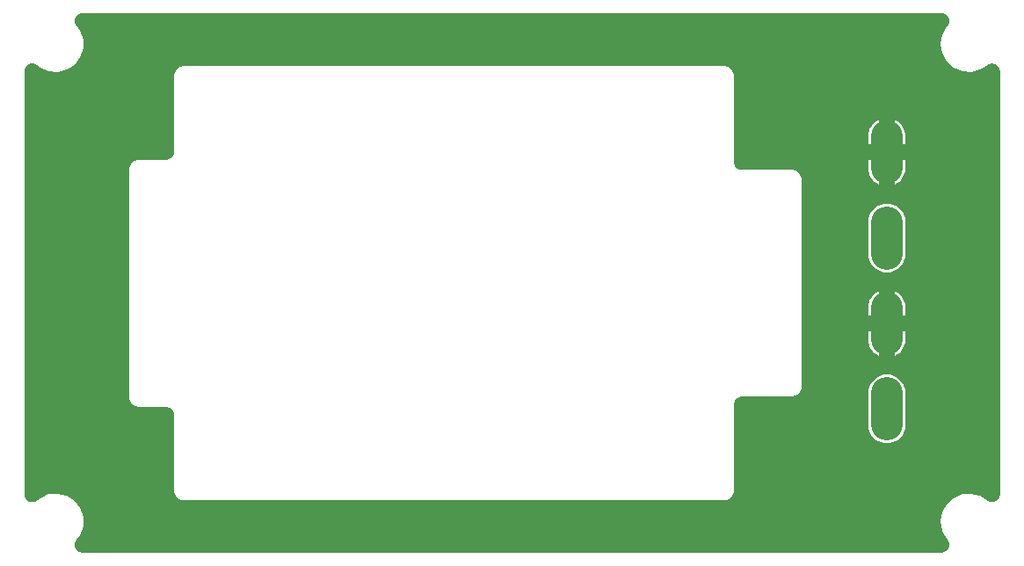
<source format=gbr>
G04 EAGLE Gerber RS-274X export*
G75*
%MOMM*%
%FSLAX34Y34*%
%LPD*%
%INTop Copper*%
%IPPOS*%
%AMOC8*
5,1,8,0,0,1.08239X$1,22.5*%
G01*
%ADD10C,3.048000*%
%ADD11C,2.540000*%

G36*
X990341Y83081D02*
X990341Y83081D01*
X990630Y83088D01*
X990730Y83100D01*
X990832Y83106D01*
X991118Y83150D01*
X991404Y83186D01*
X991503Y83210D01*
X991603Y83225D01*
X991883Y83298D01*
X992164Y83364D01*
X992260Y83397D01*
X992358Y83423D01*
X992629Y83524D01*
X992902Y83618D01*
X992994Y83661D01*
X993089Y83697D01*
X993348Y83826D01*
X993610Y83947D01*
X993697Y83999D01*
X993788Y84044D01*
X994032Y84199D01*
X994280Y84346D01*
X994362Y84407D01*
X994448Y84461D01*
X994675Y84640D01*
X994907Y84812D01*
X994982Y84881D01*
X995062Y84944D01*
X995269Y85144D01*
X995482Y85339D01*
X995549Y85415D01*
X995623Y85486D01*
X995809Y85707D01*
X996000Y85923D01*
X996060Y86005D01*
X996125Y86083D01*
X996288Y86322D01*
X996456Y86556D01*
X996507Y86644D01*
X996564Y86728D01*
X996701Y86983D01*
X996845Y87233D01*
X996886Y87326D01*
X996935Y87415D01*
X997045Y87682D01*
X997163Y87946D01*
X997194Y88043D01*
X997233Y88137D01*
X997316Y88413D01*
X997406Y88688D01*
X997427Y88787D01*
X997456Y88884D01*
X997510Y89168D01*
X997571Y89450D01*
X997583Y89551D01*
X997602Y89651D01*
X997626Y89939D01*
X997658Y90226D01*
X997659Y90328D01*
X997668Y90429D01*
X997663Y90717D01*
X997665Y91006D01*
X997656Y91108D01*
X997654Y91209D01*
X997619Y91496D01*
X997592Y91783D01*
X997573Y91883D01*
X997560Y91984D01*
X997497Y92265D01*
X997440Y92549D01*
X997411Y92646D01*
X997388Y92745D01*
X997296Y93019D01*
X997211Y93295D01*
X997171Y93389D01*
X997139Y93485D01*
X997019Y93748D01*
X996906Y94014D01*
X996858Y94102D01*
X996815Y94195D01*
X996669Y94445D01*
X996530Y94697D01*
X996472Y94781D01*
X996421Y94869D01*
X996250Y95102D01*
X996086Y95339D01*
X996019Y95416D01*
X995959Y95498D01*
X995766Y95712D01*
X995578Y95932D01*
X995483Y96025D01*
X995436Y96077D01*
X995367Y96139D01*
X995226Y96277D01*
X990986Y104114D01*
X989520Y112900D01*
X990986Y121686D01*
X995226Y129521D01*
X1001779Y135554D01*
X1009937Y139132D01*
X1018815Y139868D01*
X1027450Y137681D01*
X1034628Y132992D01*
X1034735Y132929D01*
X1034839Y132859D01*
X1035073Y132732D01*
X1035302Y132599D01*
X1035415Y132548D01*
X1035525Y132488D01*
X1035771Y132387D01*
X1036013Y132277D01*
X1036131Y132238D01*
X1036247Y132190D01*
X1036502Y132114D01*
X1036753Y132030D01*
X1036875Y132003D01*
X1036995Y131967D01*
X1037256Y131917D01*
X1037515Y131859D01*
X1037639Y131845D01*
X1037761Y131822D01*
X1038026Y131799D01*
X1038290Y131768D01*
X1038415Y131766D01*
X1038539Y131755D01*
X1038804Y131760D01*
X1039070Y131756D01*
X1039195Y131767D01*
X1039319Y131769D01*
X1039583Y131801D01*
X1039848Y131824D01*
X1039971Y131848D01*
X1040094Y131863D01*
X1040353Y131921D01*
X1040614Y131971D01*
X1040734Y132007D01*
X1040855Y132035D01*
X1041107Y132120D01*
X1041362Y132196D01*
X1041477Y132244D01*
X1041595Y132284D01*
X1041837Y132394D01*
X1042082Y132497D01*
X1042192Y132556D01*
X1042305Y132608D01*
X1042535Y132742D01*
X1042768Y132869D01*
X1042871Y132939D01*
X1042979Y133002D01*
X1043193Y133160D01*
X1043412Y133310D01*
X1043508Y133390D01*
X1043608Y133464D01*
X1043805Y133642D01*
X1044008Y133814D01*
X1044095Y133904D01*
X1044187Y133987D01*
X1044365Y134185D01*
X1044549Y134376D01*
X1044626Y134474D01*
X1044710Y134567D01*
X1044866Y134781D01*
X1045030Y134991D01*
X1045096Y135097D01*
X1045170Y135197D01*
X1045304Y135427D01*
X1045445Y135652D01*
X1045500Y135764D01*
X1045563Y135871D01*
X1045673Y136114D01*
X1045791Y136352D01*
X1045834Y136468D01*
X1045886Y136582D01*
X1045970Y136834D01*
X1046063Y137083D01*
X1046094Y137204D01*
X1046134Y137322D01*
X1046192Y137581D01*
X1046259Y137839D01*
X1046278Y137962D01*
X1046305Y138084D01*
X1046336Y138347D01*
X1046376Y138610D01*
X1046382Y138735D01*
X1046397Y138859D01*
X1046414Y139370D01*
X1046414Y546430D01*
X1046408Y546554D01*
X1046410Y546679D01*
X1046388Y546944D01*
X1046374Y547209D01*
X1046355Y547332D01*
X1046345Y547457D01*
X1046296Y547718D01*
X1046255Y547980D01*
X1046223Y548101D01*
X1046200Y548224D01*
X1046124Y548478D01*
X1046057Y548735D01*
X1046013Y548852D01*
X1045978Y548972D01*
X1045876Y549217D01*
X1045783Y549466D01*
X1045728Y549578D01*
X1045680Y549693D01*
X1045554Y549927D01*
X1045436Y550165D01*
X1045369Y550271D01*
X1045310Y550380D01*
X1045161Y550600D01*
X1045019Y550825D01*
X1044942Y550923D01*
X1044872Y551026D01*
X1044701Y551229D01*
X1044536Y551439D01*
X1044450Y551528D01*
X1044370Y551624D01*
X1044179Y551808D01*
X1043994Y552000D01*
X1043898Y552080D01*
X1043809Y552167D01*
X1043600Y552331D01*
X1043397Y552502D01*
X1043294Y552572D01*
X1043196Y552650D01*
X1042971Y552792D01*
X1042752Y552941D01*
X1042642Y553000D01*
X1042536Y553067D01*
X1042299Y553186D01*
X1042065Y553312D01*
X1041949Y553359D01*
X1041838Y553415D01*
X1041589Y553508D01*
X1041343Y553610D01*
X1041224Y553646D01*
X1041107Y553690D01*
X1040850Y553757D01*
X1040596Y553833D01*
X1040473Y553856D01*
X1040352Y553888D01*
X1040090Y553929D01*
X1039829Y553978D01*
X1039705Y553989D01*
X1039581Y554008D01*
X1039315Y554022D01*
X1039051Y554045D01*
X1038927Y554042D01*
X1038802Y554049D01*
X1038536Y554036D01*
X1038271Y554031D01*
X1038147Y554016D01*
X1038022Y554010D01*
X1037759Y553969D01*
X1037496Y553937D01*
X1037374Y553910D01*
X1037251Y553891D01*
X1036994Y553824D01*
X1036735Y553765D01*
X1036616Y553725D01*
X1036496Y553694D01*
X1036247Y553601D01*
X1035995Y553516D01*
X1035881Y553464D01*
X1035765Y553420D01*
X1035527Y553303D01*
X1035285Y553192D01*
X1035177Y553129D01*
X1035065Y553074D01*
X1034628Y552808D01*
X1027450Y548119D01*
X1018815Y545932D01*
X1009937Y546668D01*
X1001779Y550246D01*
X995226Y556279D01*
X990986Y564114D01*
X989520Y572900D01*
X990986Y581686D01*
X995227Y589524D01*
X995415Y589715D01*
X995623Y589916D01*
X995688Y589994D01*
X995759Y590067D01*
X995939Y590292D01*
X996125Y590513D01*
X996183Y590597D01*
X996246Y590677D01*
X996401Y590919D01*
X996564Y591159D01*
X996613Y591248D01*
X996667Y591334D01*
X996797Y591591D01*
X996935Y591845D01*
X996974Y591940D01*
X997020Y592030D01*
X997123Y592299D01*
X997233Y592567D01*
X997262Y592664D01*
X997299Y592759D01*
X997374Y593038D01*
X997456Y593315D01*
X997475Y593415D01*
X997502Y593513D01*
X997548Y593798D01*
X997602Y594081D01*
X997610Y594183D01*
X997626Y594283D01*
X997643Y594572D01*
X997668Y594859D01*
X997666Y594961D01*
X997672Y595062D01*
X997659Y595351D01*
X997654Y595639D01*
X997642Y595740D01*
X997637Y595842D01*
X997595Y596128D01*
X997560Y596414D01*
X997538Y596513D01*
X997523Y596614D01*
X997452Y596894D01*
X997388Y597175D01*
X997356Y597272D01*
X997331Y597370D01*
X997231Y597642D01*
X997139Y597915D01*
X997097Y598008D01*
X997062Y598103D01*
X996935Y598362D01*
X996815Y598625D01*
X996764Y598713D01*
X996719Y598804D01*
X996567Y599050D01*
X996421Y599299D01*
X996361Y599381D01*
X996307Y599467D01*
X996130Y599695D01*
X995959Y599928D01*
X995891Y600004D01*
X995829Y600084D01*
X995629Y600293D01*
X995436Y600507D01*
X995360Y600575D01*
X995290Y600649D01*
X995070Y600837D01*
X994856Y601030D01*
X994774Y601089D01*
X994696Y601156D01*
X994458Y601320D01*
X994226Y601490D01*
X994138Y601541D01*
X994054Y601599D01*
X993801Y601738D01*
X993552Y601883D01*
X993459Y601925D01*
X993370Y601974D01*
X993104Y602086D01*
X992841Y602206D01*
X992744Y602238D01*
X992651Y602278D01*
X992374Y602362D01*
X992101Y602454D01*
X992002Y602476D01*
X991904Y602506D01*
X991621Y602562D01*
X991339Y602625D01*
X991238Y602637D01*
X991139Y602656D01*
X990851Y602683D01*
X990564Y602717D01*
X990432Y602721D01*
X990361Y602728D01*
X990268Y602727D01*
X990053Y602734D01*
X162768Y602734D01*
X162719Y602732D01*
X162669Y602734D01*
X162328Y602712D01*
X161988Y602694D01*
X161940Y602687D01*
X161891Y602684D01*
X161554Y602627D01*
X161217Y602575D01*
X161169Y602562D01*
X161121Y602554D01*
X160793Y602464D01*
X160462Y602377D01*
X160416Y602360D01*
X160368Y602347D01*
X160051Y602223D01*
X159731Y602103D01*
X159687Y602081D01*
X159641Y602063D01*
X159338Y601908D01*
X159032Y601756D01*
X158991Y601729D01*
X158947Y601707D01*
X158661Y601521D01*
X158373Y601339D01*
X158334Y601308D01*
X158293Y601282D01*
X158027Y601067D01*
X157759Y600856D01*
X157723Y600822D01*
X157685Y600791D01*
X157444Y600552D01*
X157198Y600314D01*
X157166Y600276D01*
X157131Y600242D01*
X156916Y599979D01*
X156695Y599717D01*
X156667Y599676D01*
X156636Y599638D01*
X156449Y599354D01*
X156256Y599072D01*
X156233Y599028D01*
X156206Y598987D01*
X156048Y598685D01*
X155886Y598385D01*
X155867Y598339D01*
X155844Y598296D01*
X155718Y597979D01*
X155587Y597663D01*
X155573Y597616D01*
X155555Y597571D01*
X155462Y597243D01*
X155364Y596916D01*
X155355Y596867D01*
X155342Y596820D01*
X155282Y596483D01*
X155219Y596149D01*
X155215Y596100D01*
X155206Y596051D01*
X155182Y595710D01*
X155153Y595371D01*
X155154Y595322D01*
X155150Y595273D01*
X155161Y594931D01*
X155167Y594591D01*
X155172Y594542D01*
X155174Y594493D01*
X155219Y594154D01*
X155260Y593816D01*
X155271Y593768D01*
X155277Y593719D01*
X155357Y593387D01*
X155432Y593055D01*
X155448Y593008D01*
X155460Y592960D01*
X155573Y592638D01*
X155682Y592315D01*
X155702Y592270D01*
X155718Y592224D01*
X155864Y591915D01*
X156005Y591605D01*
X156030Y591562D01*
X156051Y591518D01*
X156227Y591226D01*
X156400Y590931D01*
X156429Y590892D01*
X156454Y590850D01*
X156755Y590435D01*
X160379Y585779D01*
X163271Y577354D01*
X163271Y568446D01*
X160379Y560021D01*
X154907Y552991D01*
X147450Y548119D01*
X138815Y545932D01*
X129937Y546668D01*
X121779Y550246D01*
X119525Y552321D01*
X119247Y552552D01*
X118967Y552788D01*
X118945Y552803D01*
X118925Y552819D01*
X118624Y553021D01*
X118321Y553227D01*
X118298Y553239D01*
X118276Y553254D01*
X117955Y553425D01*
X117635Y553597D01*
X117610Y553607D01*
X117587Y553620D01*
X117250Y553757D01*
X116913Y553896D01*
X116888Y553903D01*
X116864Y553913D01*
X116517Y554014D01*
X116165Y554119D01*
X116139Y554124D01*
X116114Y554131D01*
X115758Y554196D01*
X115399Y554264D01*
X115372Y554266D01*
X115347Y554271D01*
X114983Y554299D01*
X114621Y554330D01*
X114595Y554330D01*
X114568Y554332D01*
X114203Y554323D01*
X113841Y554316D01*
X113815Y554313D01*
X113788Y554313D01*
X113426Y554266D01*
X113066Y554223D01*
X113040Y554217D01*
X113014Y554214D01*
X112659Y554131D01*
X112305Y554051D01*
X112280Y554042D01*
X112254Y554036D01*
X111910Y553918D01*
X111565Y553801D01*
X111541Y553790D01*
X111516Y553782D01*
X111188Y553630D01*
X110855Y553478D01*
X110832Y553464D01*
X110808Y553453D01*
X110497Y553268D01*
X110181Y553083D01*
X110160Y553068D01*
X110138Y553054D01*
X109846Y552838D01*
X109552Y552622D01*
X109532Y552604D01*
X109511Y552588D01*
X109244Y552343D01*
X108973Y552098D01*
X108955Y552079D01*
X108936Y552061D01*
X108695Y551790D01*
X108450Y551519D01*
X108435Y551497D01*
X108418Y551478D01*
X108204Y551181D01*
X107990Y550888D01*
X107977Y550866D01*
X107962Y550844D01*
X107780Y550528D01*
X107597Y550214D01*
X107586Y550190D01*
X107573Y550168D01*
X107424Y549834D01*
X107274Y549504D01*
X107266Y549479D01*
X107255Y549455D01*
X107142Y549108D01*
X107026Y548764D01*
X107020Y548738D01*
X107012Y548713D01*
X106935Y548358D01*
X106855Y548002D01*
X106852Y547976D01*
X106846Y547950D01*
X106806Y547587D01*
X106763Y547227D01*
X106762Y547195D01*
X106760Y547175D01*
X106759Y547109D01*
X106746Y546715D01*
X106746Y139085D01*
X106764Y138720D01*
X106781Y138358D01*
X106784Y138332D01*
X106786Y138305D01*
X106842Y137944D01*
X106895Y137585D01*
X106901Y137560D01*
X106905Y137534D01*
X106998Y137180D01*
X107087Y136829D01*
X107096Y136804D01*
X107103Y136779D01*
X107231Y136437D01*
X107356Y136096D01*
X107368Y136073D01*
X107377Y136048D01*
X107540Y135721D01*
X107699Y135395D01*
X107713Y135373D01*
X107724Y135349D01*
X107918Y135042D01*
X108111Y134732D01*
X108127Y134712D01*
X108141Y134689D01*
X108366Y134403D01*
X108589Y134116D01*
X108607Y134097D01*
X108624Y134076D01*
X108877Y133814D01*
X109128Y133551D01*
X109148Y133534D01*
X109166Y133515D01*
X109445Y133280D01*
X109721Y133044D01*
X109743Y133029D01*
X109763Y133012D01*
X110065Y132807D01*
X110364Y132601D01*
X110387Y132588D01*
X110408Y132573D01*
X110730Y132400D01*
X111048Y132225D01*
X111072Y132215D01*
X111095Y132203D01*
X111433Y132063D01*
X111767Y131922D01*
X111792Y131914D01*
X111817Y131904D01*
X112167Y131800D01*
X112514Y131694D01*
X112539Y131689D01*
X112564Y131681D01*
X112923Y131613D01*
X113279Y131543D01*
X113305Y131541D01*
X113331Y131536D01*
X113694Y131505D01*
X114056Y131472D01*
X114083Y131472D01*
X114109Y131470D01*
X114472Y131476D01*
X114837Y131480D01*
X114863Y131483D01*
X114889Y131484D01*
X115250Y131527D01*
X115612Y131568D01*
X115638Y131574D01*
X115664Y131577D01*
X116018Y131657D01*
X116375Y131735D01*
X116400Y131744D01*
X116425Y131749D01*
X116769Y131865D01*
X117116Y131979D01*
X117140Y131990D01*
X117165Y131999D01*
X117496Y132150D01*
X117829Y132298D01*
X117851Y132311D01*
X117875Y132322D01*
X118190Y132507D01*
X118505Y132688D01*
X118526Y132703D01*
X118549Y132717D01*
X118842Y132932D01*
X119137Y133145D01*
X119162Y133166D01*
X119178Y133178D01*
X119226Y133221D01*
X119525Y133479D01*
X121779Y135554D01*
X129937Y139132D01*
X138815Y139868D01*
X147450Y137681D01*
X154907Y132809D01*
X160379Y125779D01*
X163271Y117354D01*
X163271Y108446D01*
X160379Y100021D01*
X156755Y95365D01*
X156727Y95324D01*
X156695Y95287D01*
X156503Y95004D01*
X156308Y94725D01*
X156284Y94682D01*
X156256Y94641D01*
X156094Y94341D01*
X155928Y94043D01*
X155909Y93998D01*
X155886Y93955D01*
X155755Y93640D01*
X155621Y93326D01*
X155606Y93279D01*
X155587Y93233D01*
X155490Y92906D01*
X155388Y92581D01*
X155378Y92533D01*
X155364Y92485D01*
X155301Y92150D01*
X155233Y91816D01*
X155228Y91767D01*
X155219Y91719D01*
X155190Y91379D01*
X155157Y91039D01*
X155157Y90990D01*
X155153Y90941D01*
X155159Y90600D01*
X155160Y90259D01*
X155166Y90210D01*
X155167Y90161D01*
X155207Y89822D01*
X155244Y89483D01*
X155254Y89435D01*
X155260Y89386D01*
X155335Y89053D01*
X155406Y88719D01*
X155421Y88673D01*
X155432Y88625D01*
X155541Y88301D01*
X155646Y87977D01*
X155666Y87932D01*
X155682Y87885D01*
X155823Y87574D01*
X155961Y87262D01*
X155985Y87220D01*
X156005Y87175D01*
X156179Y86879D01*
X156346Y86584D01*
X156375Y86544D01*
X156400Y86501D01*
X156602Y86226D01*
X156800Y85949D01*
X156832Y85912D01*
X156861Y85872D01*
X157090Y85619D01*
X157315Y85363D01*
X157352Y85329D01*
X157385Y85293D01*
X157638Y85065D01*
X157888Y84833D01*
X157928Y84803D01*
X157964Y84770D01*
X158240Y84569D01*
X158513Y84365D01*
X158555Y84339D01*
X158595Y84310D01*
X158890Y84138D01*
X159182Y83962D01*
X159226Y83942D01*
X159269Y83917D01*
X159581Y83775D01*
X159888Y83631D01*
X159934Y83615D01*
X159979Y83594D01*
X160304Y83485D01*
X160625Y83373D01*
X160673Y83362D01*
X160720Y83346D01*
X161052Y83272D01*
X161384Y83192D01*
X161433Y83186D01*
X161481Y83175D01*
X161818Y83135D01*
X162158Y83090D01*
X162207Y83089D01*
X162256Y83083D01*
X162768Y83066D01*
X990053Y83066D01*
X990341Y83081D01*
G37*
%LPC*%
G36*
X259016Y133209D02*
X259016Y133209D01*
X255280Y134757D01*
X252420Y137617D01*
X250872Y141353D01*
X250872Y215590D01*
X250859Y215852D01*
X250854Y216114D01*
X250839Y216241D01*
X250832Y216369D01*
X250792Y216629D01*
X250761Y216889D01*
X250732Y217014D01*
X250713Y217141D01*
X250646Y217395D01*
X250588Y217650D01*
X250547Y217772D01*
X250515Y217896D01*
X250423Y218142D01*
X250339Y218390D01*
X250286Y218507D01*
X250241Y218627D01*
X250124Y218861D01*
X250016Y219100D01*
X249951Y219211D01*
X249894Y219325D01*
X249754Y219547D01*
X249621Y219774D01*
X249545Y219877D01*
X249477Y219985D01*
X249315Y220192D01*
X249160Y220403D01*
X249074Y220498D01*
X248994Y220599D01*
X248812Y220788D01*
X248636Y220982D01*
X248541Y221068D01*
X248452Y221160D01*
X248251Y221329D01*
X248056Y221505D01*
X247953Y221580D01*
X247855Y221663D01*
X247638Y221810D01*
X247426Y221965D01*
X247316Y222029D01*
X247210Y222101D01*
X246978Y222226D01*
X246752Y222358D01*
X246635Y222411D01*
X246523Y222472D01*
X246280Y222572D01*
X246041Y222681D01*
X245920Y222721D01*
X245801Y222770D01*
X245550Y222846D01*
X245301Y222929D01*
X245176Y222957D01*
X245054Y222993D01*
X244795Y223042D01*
X244540Y223100D01*
X244413Y223115D01*
X244287Y223139D01*
X244025Y223161D01*
X243765Y223192D01*
X243593Y223198D01*
X243509Y223205D01*
X243425Y223203D01*
X243253Y223209D01*
X216016Y223209D01*
X212280Y224757D01*
X209420Y227617D01*
X207872Y231353D01*
X207872Y453397D01*
X209420Y457133D01*
X212280Y459993D01*
X216016Y461541D01*
X243253Y461541D01*
X243515Y461554D01*
X243777Y461559D01*
X243904Y461574D01*
X244032Y461581D01*
X244292Y461621D01*
X244552Y461652D01*
X244677Y461681D01*
X244804Y461700D01*
X245058Y461767D01*
X245313Y461825D01*
X245435Y461866D01*
X245559Y461898D01*
X245805Y461990D01*
X246053Y462074D01*
X246170Y462127D01*
X246290Y462172D01*
X246524Y462289D01*
X246763Y462397D01*
X246874Y462462D01*
X246988Y462519D01*
X247210Y462659D01*
X247437Y462792D01*
X247540Y462868D01*
X247648Y462936D01*
X247855Y463098D01*
X248066Y463253D01*
X248161Y463339D01*
X248262Y463419D01*
X248451Y463601D01*
X248645Y463777D01*
X248731Y463872D01*
X248823Y463961D01*
X248992Y464162D01*
X249168Y464357D01*
X249243Y464460D01*
X249326Y464558D01*
X249473Y464775D01*
X249628Y464987D01*
X249692Y465097D01*
X249764Y465203D01*
X249889Y465435D01*
X250021Y465661D01*
X250074Y465778D01*
X250135Y465890D01*
X250235Y466133D01*
X250344Y466372D01*
X250384Y466493D01*
X250433Y466612D01*
X250509Y466863D01*
X250592Y467112D01*
X250620Y467237D01*
X250656Y467359D01*
X250705Y467618D01*
X250763Y467873D01*
X250778Y468000D01*
X250802Y468126D01*
X250824Y468388D01*
X250855Y468648D01*
X250861Y468820D01*
X250868Y468904D01*
X250866Y468988D01*
X250872Y469160D01*
X250872Y543397D01*
X252420Y547133D01*
X255280Y549993D01*
X259016Y551541D01*
X782060Y551541D01*
X785796Y549993D01*
X788656Y547133D01*
X790204Y543397D01*
X790204Y459160D01*
X790217Y458898D01*
X790222Y458636D01*
X790237Y458509D01*
X790244Y458381D01*
X790284Y458121D01*
X790315Y457861D01*
X790344Y457736D01*
X790363Y457609D01*
X790430Y457355D01*
X790488Y457100D01*
X790529Y456978D01*
X790561Y456854D01*
X790653Y456608D01*
X790737Y456360D01*
X790790Y456243D01*
X790835Y456123D01*
X790952Y455889D01*
X791060Y455650D01*
X791125Y455539D01*
X791182Y455425D01*
X791322Y455203D01*
X791455Y454976D01*
X791531Y454873D01*
X791599Y454765D01*
X791761Y454558D01*
X791916Y454347D01*
X792002Y454252D01*
X792082Y454151D01*
X792264Y453962D01*
X792440Y453768D01*
X792535Y453682D01*
X792624Y453590D01*
X792825Y453421D01*
X793020Y453245D01*
X793123Y453170D01*
X793221Y453087D01*
X793438Y452940D01*
X793650Y452785D01*
X793760Y452721D01*
X793866Y452649D01*
X794098Y452524D01*
X794324Y452392D01*
X794441Y452339D01*
X794553Y452278D01*
X794796Y452178D01*
X795035Y452069D01*
X795156Y452029D01*
X795275Y451980D01*
X795526Y451904D01*
X795775Y451821D01*
X795900Y451793D01*
X796022Y451757D01*
X796281Y451708D01*
X796536Y451650D01*
X796663Y451635D01*
X796789Y451611D01*
X797051Y451589D01*
X797311Y451558D01*
X797483Y451552D01*
X797567Y451545D01*
X797651Y451547D01*
X797823Y451541D01*
X847060Y451541D01*
X850796Y449993D01*
X853656Y447133D01*
X855204Y443397D01*
X855204Y241353D01*
X853656Y237617D01*
X850796Y234757D01*
X847060Y233209D01*
X797823Y233209D01*
X797561Y233196D01*
X797299Y233191D01*
X797172Y233176D01*
X797044Y233169D01*
X796784Y233129D01*
X796524Y233098D01*
X796399Y233069D01*
X796272Y233050D01*
X796018Y232983D01*
X795763Y232925D01*
X795641Y232884D01*
X795517Y232852D01*
X795272Y232760D01*
X795023Y232676D01*
X794907Y232623D01*
X794787Y232578D01*
X794552Y232461D01*
X794313Y232353D01*
X794202Y232288D01*
X794088Y232231D01*
X793866Y232091D01*
X793639Y231958D01*
X793536Y231882D01*
X793428Y231814D01*
X793221Y231652D01*
X793010Y231497D01*
X792915Y231411D01*
X792814Y231331D01*
X792626Y231149D01*
X792431Y230973D01*
X792345Y230878D01*
X792253Y230789D01*
X792084Y230588D01*
X791909Y230393D01*
X791833Y230290D01*
X791751Y230192D01*
X791603Y229975D01*
X791448Y229763D01*
X791384Y229653D01*
X791312Y229547D01*
X791187Y229315D01*
X791055Y229089D01*
X791002Y228972D01*
X790941Y228860D01*
X790841Y228617D01*
X790732Y228378D01*
X790692Y228257D01*
X790643Y228138D01*
X790568Y227887D01*
X790484Y227638D01*
X790456Y227513D01*
X790420Y227391D01*
X790371Y227132D01*
X790313Y226877D01*
X790298Y226750D01*
X790274Y226624D01*
X790252Y226362D01*
X790221Y226102D01*
X790215Y225930D01*
X790208Y225846D01*
X790210Y225762D01*
X790204Y225590D01*
X790204Y141353D01*
X788656Y137617D01*
X785797Y134757D01*
X782060Y133209D01*
X259016Y133209D01*
G37*
%LPD*%
%LPC*%
G36*
X933863Y353239D02*
X933863Y353239D01*
X927328Y355946D01*
X922326Y360948D01*
X919619Y367483D01*
X919619Y405037D01*
X922326Y411572D01*
X927328Y416574D01*
X933863Y419281D01*
X940937Y419281D01*
X947472Y416574D01*
X952474Y411572D01*
X955181Y405037D01*
X955181Y367483D01*
X952474Y360948D01*
X947472Y355946D01*
X940937Y353239D01*
X933863Y353239D01*
G37*
%LPD*%
%LPC*%
G36*
X933863Y188239D02*
X933863Y188239D01*
X927328Y190946D01*
X922326Y195948D01*
X919619Y202483D01*
X919619Y240037D01*
X922326Y246572D01*
X927328Y251574D01*
X933863Y254281D01*
X940937Y254281D01*
X947472Y251574D01*
X952474Y246572D01*
X955181Y240037D01*
X955181Y202483D01*
X952474Y195948D01*
X947472Y190946D01*
X940937Y188239D01*
X933863Y188239D01*
G37*
%LPD*%
%LPC*%
G36*
X945019Y311379D02*
X945019Y311379D01*
X945019Y335066D01*
X946015Y334587D01*
X947705Y333524D01*
X949267Y332279D01*
X950679Y330867D01*
X951924Y329305D01*
X952987Y327615D01*
X953853Y325815D01*
X954513Y323930D01*
X954957Y321983D01*
X955181Y319999D01*
X955181Y311379D01*
X945019Y311379D01*
G37*
%LPD*%
%LPC*%
G36*
X945019Y476429D02*
X945019Y476429D01*
X945019Y500116D01*
X946015Y499637D01*
X947705Y498574D01*
X949267Y497329D01*
X950679Y495917D01*
X951924Y494355D01*
X952987Y492665D01*
X953853Y490865D01*
X954513Y488980D01*
X954957Y487033D01*
X955181Y485049D01*
X955181Y476429D01*
X945019Y476429D01*
G37*
%LPD*%
%LPC*%
G36*
X945019Y296141D02*
X945019Y296141D01*
X955181Y296141D01*
X955181Y287521D01*
X954957Y285537D01*
X954513Y283590D01*
X953853Y281705D01*
X952987Y279905D01*
X951924Y278215D01*
X950679Y276653D01*
X949267Y275241D01*
X947705Y273996D01*
X946015Y272933D01*
X945019Y272454D01*
X945019Y296141D01*
G37*
%LPD*%
%LPC*%
G36*
X945019Y461191D02*
X945019Y461191D01*
X955181Y461191D01*
X955181Y452571D01*
X954957Y450587D01*
X954513Y448640D01*
X953853Y446755D01*
X952987Y444955D01*
X951924Y443265D01*
X950679Y441703D01*
X949267Y440291D01*
X947705Y439046D01*
X946015Y437983D01*
X945019Y437504D01*
X945019Y461191D01*
G37*
%LPD*%
%LPC*%
G36*
X919619Y476429D02*
X919619Y476429D01*
X919619Y485049D01*
X919843Y487033D01*
X920287Y488980D01*
X920947Y490865D01*
X921813Y492665D01*
X922876Y494355D01*
X924121Y495917D01*
X925533Y497329D01*
X927095Y498574D01*
X928785Y499637D01*
X929781Y500116D01*
X929781Y476429D01*
X919619Y476429D01*
G37*
%LPD*%
%LPC*%
G36*
X919619Y311379D02*
X919619Y311379D01*
X919619Y319999D01*
X919843Y321983D01*
X920287Y323930D01*
X920947Y325815D01*
X921813Y327615D01*
X922876Y329305D01*
X924121Y330867D01*
X925533Y332279D01*
X927095Y333524D01*
X928785Y334587D01*
X929781Y335066D01*
X929781Y311379D01*
X919619Y311379D01*
G37*
%LPD*%
%LPC*%
G36*
X928785Y272933D02*
X928785Y272933D01*
X927095Y273996D01*
X925533Y275241D01*
X924121Y276653D01*
X922876Y278215D01*
X921813Y279905D01*
X920947Y281705D01*
X920287Y283590D01*
X919843Y285537D01*
X919619Y287521D01*
X919619Y296141D01*
X929781Y296141D01*
X929781Y272454D01*
X928785Y272933D01*
G37*
%LPD*%
%LPC*%
G36*
X928785Y437983D02*
X928785Y437983D01*
X927095Y439046D01*
X925533Y440291D01*
X924121Y441703D01*
X922876Y443265D01*
X921813Y444955D01*
X920947Y446755D01*
X920287Y448640D01*
X919843Y450587D01*
X919619Y452571D01*
X919619Y461191D01*
X929781Y461191D01*
X929781Y437504D01*
X928785Y437983D01*
G37*
%LPD*%
D10*
X937400Y236500D02*
X937400Y206020D01*
X937400Y288520D02*
X937400Y319000D01*
X937400Y371020D02*
X937400Y401500D01*
X937400Y453570D02*
X937400Y484050D01*
D11*
X139700Y368300D03*
X139700Y317500D03*
M02*

</source>
